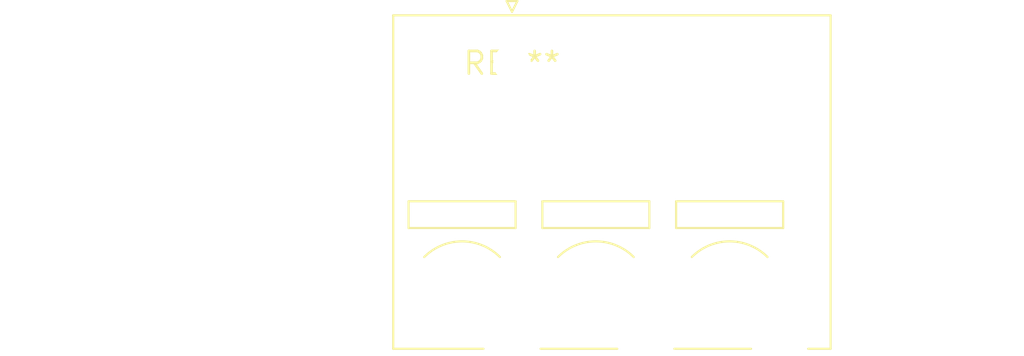
<source format=kicad_pcb>
(kicad_pcb (version 20240108) (generator pcbnew)
  (layers (0 "F.Cu" signal) (31 "B.Cu" signal) (34 "B.Paste" user) (35 "F.Paste" user) (36 "B.SilkS" user "B.Silkscreen") (37 "F.SilkS" user "F.Silkscreen") (38 "B.Mask" user) (39 "F.Mask" user) (44 "Edge.Cuts" user))
  (net 0 "")
  (footprint "PhoenixContact_SPT_5_3-V-7.5-ZB_1x03_P7.5mm_Vertical" (layer "F.Cu") (at 0 0)
    (property "Reference" "REF**")
    (property "Value" "PhoenixContact_SPT_5_3-V-7.5-ZB_1x03_P7.5mm_Vertical")
    (fp_line (start -6.66 -2.69) (end 17.86 -2.69) (layer "F.SilkS") (stroke (width 0.12)))
    (fp_line (start -6.66 16.03) (end -6.66 -2.69) (layer "F.SilkS") (stroke (width 0.12)))
    (fp_line (start -6.66 16.03) (end -1.6 16.03) (layer "F.SilkS") (stroke (width 0.12)))
    (fp_line (start -5.8 7.75) (end -5.8 9.25) (layer "F.SilkS") (stroke (width 0.12)))
    (fp_line (start -5.8 9.25) (end 0.2 9.25) (layer "F.SilkS") (stroke (width 0.12)))
    (fp_line (start -0.3 -3.49) (end 0 -2.89) (layer "F.SilkS") (stroke (width 0.12)))
    (fp_line (start -0.3 -3.49) (end 0.3 -3.49) (layer "F.SilkS") (stroke (width 0.12)))
    (fp_line (start 0.2 7.75) (end -5.8 7.75) (layer "F.SilkS") (stroke (width 0.12)))
    (fp_line (start 0.2 9.25) (end 0.2 7.75) (layer "F.SilkS") (stroke (width 0.12)))
    (fp_line (start 0.3 -3.49) (end 0 -2.89) (layer "F.SilkS") (stroke (width 0.12)))
    (fp_line (start 1.6 16.03) (end 5.9 16.03) (layer "F.SilkS") (stroke (width 0.12)))
    (fp_line (start 1.7 7.75) (end 1.7 9.25) (layer "F.SilkS") (stroke (width 0.12)))
    (fp_line (start 1.7 9.25) (end 7.7 9.25) (layer "F.SilkS") (stroke (width 0.12)))
    (fp_line (start 7.7 7.75) (end 1.7 7.75) (layer "F.SilkS") (stroke (width 0.12)))
    (fp_line (start 7.7 9.25) (end 7.7 7.75) (layer "F.SilkS") (stroke (width 0.12)))
    (fp_line (start 9.1 16.03) (end 13.4 16.03) (layer "F.SilkS") (stroke (width 0.12)))
    (fp_line (start 9.2 7.75) (end 9.2 9.25) (layer "F.SilkS") (stroke (width 0.12)))
    (fp_line (start 9.2 9.25) (end 15.2 9.25) (layer "F.SilkS") (stroke (width 0.12)))
    (fp_line (start 15.2 7.75) (end 9.2 7.75) (layer "F.SilkS") (stroke (width 0.12)))
    (fp_line (start 15.2 9.25) (end 15.2 7.75) (layer "F.SilkS") (stroke (width 0.12)))
    (fp_line (start 16.6 16.03) (end 17.86 16.03) (layer "F.SilkS") (stroke (width 0.12)))
    (fp_line (start 17.86 -2.69) (end 17.86 16.03) (layer "F.SilkS") (stroke (width 0.12)))
    (fp_arc (start -4.92132 10.87868) (mid -2.8 10) (end -0.67868 10.87868) (layer "F.SilkS") (stroke (width 0.12)))
    (fp_arc (start 2.57868 10.87868) (mid 4.7 10) (end 6.82132 10.87868) (layer "F.SilkS") (stroke (width 0.12)))
    (fp_arc (start 10.07868 10.87868) (mid 12.2 10) (end 14.32132 10.87868) (layer "F.SilkS") (stroke (width 0.12)))
    (pad "1" thru_hole roundrect (at 0 0) (size 2.8 4.3) (drill 2.1) (layers *.Cu *.Mask) (remove_unused_layers) (roundrect_rratio 0.089286))
    (pad "2" thru_hole oval (at 7.5 14) (size 2.8 4.3) (drill 2.1) (layers *.Cu *.Mask) (remove_unused_layers))
    (pad "3" thru_hole oval (at 15 0) (size 2.8 4.3) (drill 2.1) (layers *.Cu *.Mask) (remove_unused_layers))
  )
)
</source>
